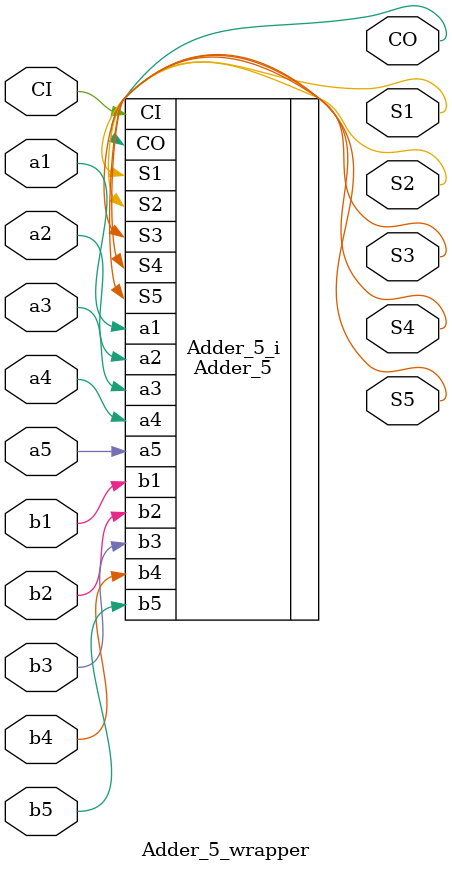
<source format=v>
`timescale 1 ps / 1 ps

module Adder_5_wrapper
   (CI,
    CO,
    S1,
    S2,
    S3,
    S4,
    S5,
    a1,
    a2,
    a3,
    a4,
    a5,
    b1,
    b2,
    b3,
    b4,
    b5);
  input CI;
  output CO;
  output S1;
  output S2;
  output S3;
  output S4;
  output S5;
  input a1;
  input a2;
  input a3;
  input a4;
  input a5;
  input b1;
  input b2;
  input b3;
  input b4;
  input b5;

  wire CI;
  wire CO;
  wire S1;
  wire S2;
  wire S3;
  wire S4;
  wire S5;
  wire a1;
  wire a2;
  wire a3;
  wire a4;
  wire a5;
  wire b1;
  wire b2;
  wire b3;
  wire b4;
  wire b5;

  Adder_5 Adder_5_i
       (.CI(CI),
        .CO(CO),
        .S1(S1),
        .S2(S2),
        .S3(S3),
        .S4(S4),
        .S5(S5),
        .a1(a1),
        .a2(a2),
        .a3(a3),
        .a4(a4),
        .a5(a5),
        .b1(b1),
        .b2(b2),
        .b3(b3),
        .b4(b4),
        .b5(b5));
endmodule

</source>
